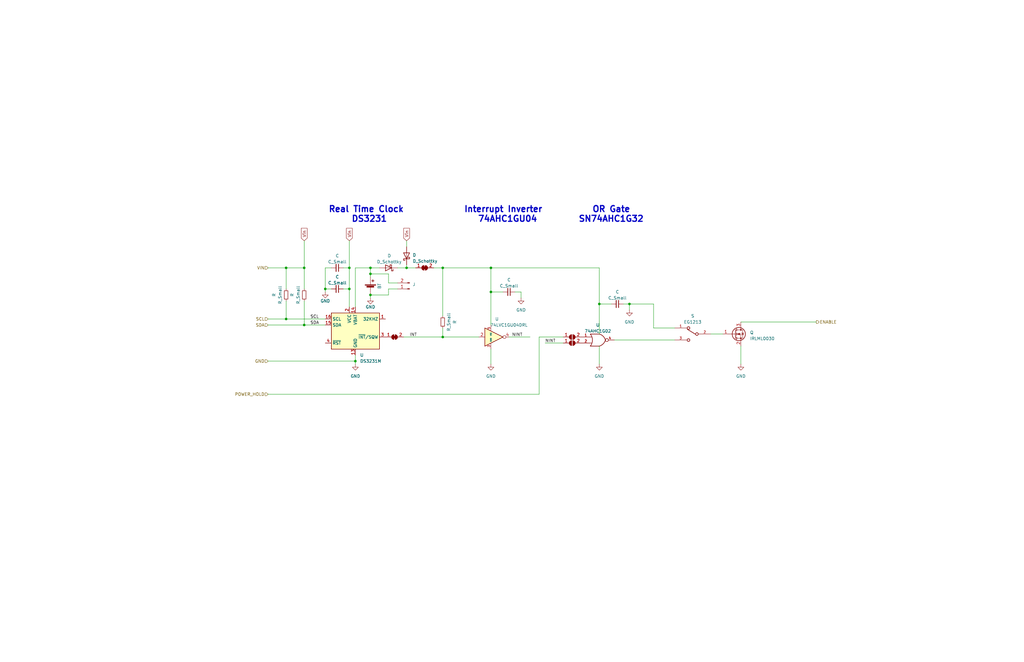
<source format=kicad_sch>
(kicad_sch (version 20220404) (generator eeschema)
  (paper "B")
  (lib_symbols
    (symbol "74xGxx:74AHC1G02" (pin_names (offset 1.016))
      (property "Reference" "U" (at -2.54 3.81 0))
      (property "Value" "74AHC1G02" (at 0 -3.81 0))
      (symbol "74AHC1G02_0_1"
        (arc (start -3.81 -2.54) (mid -2.919 0) (end -3.81 2.54) (stroke (width 0.254)))
        (arc (start 0 -2.54) (mid 1.5993 -1.6027) (end 2.54 0) (stroke (width 0.254)))
        (polyline (pts (xy -3.81 -1.27) (xy -3.175 -1.27)))
        (polyline (pts (xy -3.81 1.27) (xy -3.175 1.27)))
        (polyline (pts (xy 0 -2.54) (xy -3.81 -2.54)) (stroke (width 0.254)) (fill (type background)))
        (polyline (pts (xy 0 2.54) (xy -3.81 2.54)) (stroke (width 0.254)) (fill (type background)))
        (arc (start 2.54 0) (mid 1.6119 1.6152) (end 0 2.54) (stroke (width 0.254)))
      )
      (symbol "74AHC1G02_1_1"
        (pin input line (at -7.62 1.27 0) (length 3.81) (name "~") (number "1"))
        (pin input line (at -7.62 -1.27 0) (length 3.81) (name "~") (number "2"))
        (pin power_in line (at 0 -2.54 270) (length 0) hide (name "GND") (number "3"))
        (pin output inverted (at 6.35 0 180) (length 3.81) (name "~") (number "4"))
        (pin power_in line (at 0 2.54 90) (length 0) hide (name "VCC") (number "5"))
      )
    )
    (symbol "74xGxx:74LVC1GU04DRL"
      (property "Reference" "U" (at -2.54 5.08 0))
      (property "Value" "74LVC1GU04DRL" (at 8.89 5.08 0))
      (symbol "74LVC1GU04DRL_0_1"
        (rectangle (start -2.54 3.81) (end -2.54 -3.81) (stroke (width 0.254)) (fill (type background)))
        (polyline (pts (xy -2.54 -3.81) (xy 5.08 0) (xy -2.54 3.81)) (stroke (width 0.254)) (fill (type background)))
        (circle (center 5.715 0) (radius 0.635))
      )
      (symbol "74LVC1GU04DRL_1_1"
        (pin no_connect line (at 5.08 0 180) (length 2.54) hide (name "NC") (number "1"))
        (pin input line (at -5.08 0 0) (length 2.54) (name "~") (number "2"))
        (pin power_in line (at 0 -5.08 90) (length 2.54) (name "GND") (number "3"))
        (pin output line (at 7.62 0 180) (length 1.27) (name "~") (number "4"))
        (pin power_in line (at 0 5.08 270) (length 2.54) (name "VCC") (number "5"))
      )
    )
    (symbol "Connector:Conn_01x02_Male" (pin_names (offset 1.016) hide)
      (property "Reference" "J" (at 0 2.54 0))
      (property "Value" "Conn_01x02_Male" (at 0 -5.08 0))
      (symbol "Conn_01x02_Male_1_1"
        (polyline (pts (xy 1.27 -2.54) (xy 0.8636 -2.54)) (stroke (width 0.1524)))
        (polyline (pts (xy 1.27 0) (xy 0.8636 0)) (stroke (width 0.1524)))
        (rectangle (start 0.8636 -2.413) (end 0 -2.667) (stroke (width 0.1524)) (fill (type outline)))
        (rectangle (start 0.8636 0.127) (end 0 -0.127) (stroke (width 0.1524)) (fill (type outline)))
        (pin passive line (at 5.08 0 180) (length 3.81) (name "Pin_1") (number "1"))
        (pin passive line (at 5.08 -2.54 180) (length 3.81) (name "Pin_2") (number "2"))
      )
    )
    (symbol "Device:Battery_Cell" (pin_numbers hide) (pin_names (offset 0) hide)
      (property "Reference" "BT" (at 2.54 2.54 0))
      (property "Value" "Battery_Cell" (at 2.54 0 0))
      (symbol "Battery_Cell_0_1"
        (rectangle (start -2.286 1.778) (end 2.286 1.524) (fill (type outline)))
        (rectangle (start -1.5748 1.1938) (end 1.4732 0.6858) (fill (type outline)))
        (polyline (pts (xy 0 0.762) (xy 0 0)))
        (polyline (pts (xy 0 1.778) (xy 0 2.54)))
        (polyline (pts (xy 0.508 3.429) (xy 1.524 3.429)) (stroke (width 0.254)))
        (polyline (pts (xy 1.016 3.937) (xy 1.016 2.921)) (stroke (width 0.254)))
      )
      (symbol "Battery_Cell_1_1"
        (pin passive line (at 0 5.08 270) (length 2.54) (name "+") (number "1"))
        (pin passive line (at 0 -2.54 90) (length 2.54) (name "-") (number "2"))
      )
    )
    (symbol "Device:C_Small" (pin_numbers hide) (pin_names (offset 0.254) hide)
      (property "Reference" "C" (at 0.254 1.778 0))
      (property "Value" "C_Small" (at 0.254 -2.032 0))
      (symbol "C_Small_0_1"
        (polyline (pts (xy -1.524 -0.508) (xy 1.524 -0.508)) (stroke (width 0.3302)))
        (polyline (pts (xy -1.524 0.508) (xy 1.524 0.508)) (stroke (width 0.3048)))
      )
      (symbol "C_Small_1_1"
        (pin passive line (at 0 2.54 270) (length 2.032) (name "~") (number "1"))
        (pin passive line (at 0 -2.54 90) (length 2.032) (name "~") (number "2"))
      )
    )
    (symbol "Device:D_Schottky" (pin_numbers hide) (pin_names (offset 1.016) hide)
      (property "Reference" "D" (at 0 2.54 0))
      (property "Value" "D_Schottky" (at 0 -2.54 0))
      (symbol "D_Schottky_0_1"
        (polyline (pts (xy 1.27 0) (xy -1.27 0)))
        (polyline (pts (xy 1.27 1.27) (xy 1.27 -1.27) (xy -1.27 0) (xy 1.27 1.27)) (stroke (width 0.254)))
        (polyline (pts (xy -1.905 0.635) (xy -1.905 1.27) (xy -1.27 1.27) (xy -1.27 -1.27) (xy -0.635 -1.27) (xy -0.635 -0.635)) (stroke (width 0.254)))
      )
      (symbol "D_Schottky_1_1"
        (pin passive line (at -3.81 0 0) (length 2.54) (name "K") (number "1"))
        (pin passive line (at 3.81 0 180) (length 2.54) (name "A") (number "2"))
      )
    )
    (symbol "Device:R_Small" (pin_numbers hide) (pin_names (offset 0.254) hide)
      (property "Reference" "R" (at 0.762 0.508 0))
      (property "Value" "R_Small" (at 0.762 -1.016 0))
      (symbol "R_Small_0_1"
        (rectangle (start -0.762 1.778) (end 0.762 -1.778) (stroke (width 0.2032)))
      )
      (symbol "R_Small_1_1"
        (pin passive line (at 0 2.54 270) (length 0.762) (name "~") (number "1"))
        (pin passive line (at 0 -2.54 90) (length 0.762) (name "~") (number "2"))
      )
    )
    (symbol "EG1213:EG1213" (pin_names (offset 1.016))
      (property "Reference" "S" (at 0 0 0))
      (property "Value" "EG1213" (at 0 0 0))
      (symbol "EG1213_0_0"
        (circle (center -1.778 -2.54) (radius 0.568) (stroke (width 0.254)))
        (circle (center -1.778 2.54) (radius 0.568) (stroke (width 0.254)))
        (polyline (pts (xy 1.016 0) (xy -2.286 2.032)) (stroke (width 0.254)))
        (circle (center 1.778 0) (radius 0.568) (stroke (width 0.254)))
        (pin passive line (at -7.62 2.54 0) (length 5.08) (name "~") (number "1"))
        (pin passive line (at 7.62 0 180) (length 5.08) (name "~") (number "2"))
        (pin passive line (at -7.62 -2.54 0) (length 5.08) (name "~") (number "3"))
      )
    )
    (symbol "Jumper:SolderJumper_2_Bridged" (pin_names (offset 0) hide)
      (property "Reference" "JP" (at 0 2.032 0))
      (property "Value" "SolderJumper_2_Bridged" (at 0 -2.54 0))
      (symbol "SolderJumper_2_Bridged_0_1"
        (rectangle (start -0.508 0.508) (end 0.508 -0.508) (fill (type outline)))
        (arc (start -0.254 1.016) (mid -1.27 0) (end -0.254 -1.016))
        (arc (start -0.254 1.016) (mid -1.27 0) (end -0.254 -1.016) (fill (type outline)))
        (polyline (pts (xy -0.254 1.016) (xy -0.254 -1.016)))
        (polyline (pts (xy 0.254 1.016) (xy 0.254 -1.016)))
        (arc (start 0.254 -1.016) (mid 1.27 0) (end 0.254 1.016))
        (arc (start 0.254 -1.016) (mid 1.27 0) (end 0.254 1.016) (fill (type outline)))
      )
      (symbol "SolderJumper_2_Bridged_1_1"
        (pin passive line (at -3.81 0 0) (length 2.54) (name "A") (number "1"))
        (pin passive line (at 3.81 0 180) (length 2.54) (name "B") (number "2"))
      )
    )
    (symbol "Jumper:SolderJumper_2_Open" (pin_names (offset 0) hide)
      (property "Reference" "JP" (at 0 2.032 0))
      (property "Value" "SolderJumper_2_Open" (at 0 -2.54 0))
      (symbol "SolderJumper_2_Open_0_1"
        (arc (start -0.254 1.016) (mid -1.27 0) (end -0.254 -1.016))
        (arc (start -0.254 1.016) (mid -1.27 0) (end -0.254 -1.016) (fill (type outline)))
        (polyline (pts (xy -0.254 1.016) (xy -0.254 -1.016)))
        (polyline (pts (xy 0.254 1.016) (xy 0.254 -1.016)))
        (arc (start 0.254 -1.016) (mid 1.27 0) (end 0.254 1.016))
        (arc (start 0.254 -1.016) (mid 1.27 0) (end 0.254 1.016) (fill (type outline)))
      )
      (symbol "SolderJumper_2_Open_1_1"
        (pin passive line (at -3.81 0 0) (length 2.54) (name "A") (number "1"))
        (pin passive line (at 3.81 0 180) (length 2.54) (name "B") (number "2"))
      )
    )
    (symbol "Timer_RTC:DS3231M"
      (property "Reference" "U" (at -7.62 8.89 0))
      (property "Value" "DS3231M" (at 10.16 8.89 0))
      (symbol "DS3231M_0_1"
        (rectangle (start -10.16 7.62) (end 10.16 -7.62) (stroke (width 0.254)) (fill (type background)))
      )
      (symbol "DS3231M_1_1"
        (pin open_collector line (at 12.7 5.08 180) (length 2.54) (name "32KHZ") (number "1"))
        (pin passive line (at 0 -10.16 90) (length 2.54) hide (name "GND") (number "10"))
        (pin passive line (at 0 -10.16 90) (length 2.54) hide (name "GND") (number "11"))
        (pin passive line (at 0 -10.16 90) (length 2.54) hide (name "GND") (number "12"))
        (pin power_in line (at 0 -10.16 90) (length 2.54) (name "GND") (number "13"))
        (pin power_in line (at 0 10.16 270) (length 2.54) (name "VBAT") (number "14"))
        (pin bidirectional line (at -12.7 2.54 0) (length 2.54) (name "SDA") (number "15"))
        (pin input line (at -12.7 5.08 0) (length 2.54) (name "SCL") (number "16"))
        (pin power_in line (at -2.54 10.16 270) (length 2.54) (name "VCC") (number "2"))
        (pin open_collector line (at 12.7 -2.54 180) (length 2.54) (name "~{INT}/SQW") (number "3"))
        (pin bidirectional line (at -12.7 -5.08 0) (length 2.54) (name "~{RST}") (number "4"))
        (pin passive line (at 0 -10.16 90) (length 2.54) hide (name "GND") (number "5"))
        (pin passive line (at 0 -10.16 90) (length 2.54) hide (name "GND") (number "6"))
        (pin passive line (at 0 -10.16 90) (length 2.54) hide (name "GND") (number "7"))
        (pin passive line (at 0 -10.16 90) (length 2.54) hide (name "GND") (number "8"))
        (pin passive line (at 0 -10.16 90) (length 2.54) hide (name "GND") (number "9"))
      )
    )
    (symbol "Transistor_FET:IRLML0030" (pin_names hide)
      (property "Reference" "Q" (at 5.08 1.905 0))
      (property "Value" "IRLML0030" (at 5.08 0 0))
      (symbol "IRLML0030_0_1"
        (polyline (pts (xy 0.254 0) (xy -2.54 0)))
        (polyline (pts (xy 0.254 1.905) (xy 0.254 -1.905)) (stroke (width 0.254)))
        (polyline (pts (xy 0.762 -1.27) (xy 0.762 -2.286)) (stroke (width 0.254)))
        (polyline (pts (xy 0.762 0.508) (xy 0.762 -0.508)) (stroke (width 0.254)))
        (polyline (pts (xy 0.762 2.286) (xy 0.762 1.27)) (stroke (width 0.254)))
        (polyline (pts (xy 2.54 2.54) (xy 2.54 1.778)))
        (polyline (pts (xy 2.54 -2.54) (xy 2.54 0) (xy 0.762 0)))
        (polyline (pts (xy 0.762 -1.778) (xy 3.302 -1.778) (xy 3.302 1.778) (xy 0.762 1.778)))
        (polyline (pts (xy 1.016 0) (xy 2.032 0.381) (xy 2.032 -0.381) (xy 1.016 0)) (fill (type outline)))
        (polyline (pts (xy 2.794 0.508) (xy 2.921 0.381) (xy 3.683 0.381) (xy 3.81 0.254)))
        (polyline (pts (xy 3.302 0.381) (xy 2.921 -0.254) (xy 3.683 -0.254) (xy 3.302 0.381)))
        (circle (center 1.651 0) (radius 2.794) (stroke (width 0.254)))
        (circle (center 2.54 -1.778) (radius 0.254) (fill (type outline)))
        (circle (center 2.54 1.778) (radius 0.254) (fill (type outline)))
      )
      (symbol "IRLML0030_1_1"
        (pin input line (at -5.08 0 0) (length 2.54) (name "G") (number "1"))
        (pin passive line (at 2.54 -5.08 90) (length 2.54) (name "S") (number "2"))
        (pin passive line (at 2.54 5.08 270) (length 2.54) (name "D") (number "3"))
      )
    )
    (symbol "power:GND" (power) (pin_names (offset 0))
      (property "Value" "GND" (at 0 -3.81 0))
      (symbol "GND_0_1"
        (polyline (pts (xy 0 0) (xy 0 -1.27) (xy 1.27 -1.27) (xy 0 -2.54) (xy -1.27 -1.27) (xy 0 -1.27)))
      )
      (symbol "GND_1_1"
        (pin power_in line (at 0 0 270) (length 0) hide (name "GND") (number "1"))
      )
    )
  )
  (junction (at 171.45 113.03))
  (junction (at 137.16 121.92))
  (junction (at 207.01 113.03))
  (junction (at 186.69 113.03))
  (junction (at 186.69 142.24))
  (junction (at 120.65 134.62))
  (junction (at 156.21 124.46))
  (junction (at 120.65 113.03))
  (junction (at 252.73 128.27))
  (junction (at 156.21 115.57))
  (junction (at 207.01 123.19))
  (junction (at 265.43 128.27))
  (junction (at 128.27 137.16))
  (junction (at 147.32 113.03))
  (junction (at 128.27 113.03))
  (junction (at 149.86 152.4))
  (junction (at 156.21 113.03))
  (junction (at 147.32 121.92))
  (wire (pts (xy 186.69 113.03) (xy 207.01 113.03)))
  (wire (pts (xy 147.32 101.6) (xy 147.32 113.03)))
  (wire (pts (xy 252.73 128.27) (xy 257.81 128.27)))
  (wire (pts (xy 149.86 113.03) (xy 156.21 113.03)))
  (wire (pts (xy 182.88 113.03) (xy 186.69 113.03)))
  (wire (pts (xy 149.86 149.86) (xy 149.86 152.4)))
  (wire (pts (xy 312.42 135.89) (xy 344.17 135.89)))
  (wire (pts (xy 186.69 138.43) (xy 186.69 142.24)))
  (wire (pts (xy 113.03 152.4) (xy 149.86 152.4)))
  (wire (pts (xy 144.78 121.92) (xy 147.32 121.92)))
  (wire (pts (xy 171.45 111.76) (xy 171.45 113.03)))
  (wire (pts (xy 186.69 113.03) (xy 186.69 133.35)))
  (wire (pts (xy 262.89 128.27) (xy 265.43 128.27)))
  (wire (pts (xy 227.33 142.24) (xy 237.49 142.24)))
  (wire (pts (xy 171.45 113.03) (xy 175.26 113.03)))
  (wire (pts (xy 147.32 113.03) (xy 147.32 121.92)))
  (wire (pts (xy 113.03 166.37) (xy 227.33 166.37)))
  (wire (pts (xy 120.65 113.03) (xy 128.27 113.03)))
  (wire (pts (xy 186.69 142.24) (xy 201.93 142.24)))
  (wire (pts (xy 163.83 119.38) (xy 163.83 115.57)))
  (wire (pts (xy 265.43 128.27) (xy 265.43 130.81)))
  (wire (pts (xy 113.03 137.16) (xy 128.27 137.16)))
  (wire (pts (xy 252.73 146.05) (xy 252.73 153.67)))
  (wire (pts (xy 171.45 101.6) (xy 171.45 104.14)))
  (wire (pts (xy 120.65 113.03) (xy 120.65 121.92)))
  (wire (pts (xy 149.86 152.4) (xy 149.86 153.67)))
  (wire (pts (xy 137.16 113.03) (xy 137.16 121.92)))
  (wire (pts (xy 259.08 143.51) (xy 284.48 143.51)))
  (wire (pts (xy 144.78 113.03) (xy 147.32 113.03)))
  (wire (pts (xy 128.27 137.16) (xy 137.16 137.16)))
  (wire (pts (xy 214.63 142.24) (xy 223.52 142.24)))
  (wire (pts (xy 156.21 115.57) (xy 156.21 116.84)))
  (wire (pts (xy 252.73 113.03) (xy 252.73 128.27)))
  (wire (pts (xy 207.01 153.67) (xy 207.01 147.32)))
  (wire (pts (xy 207.01 113.03) (xy 252.73 113.03)))
  (wire (pts (xy 167.64 121.92) (xy 163.83 121.92)))
  (wire (pts (xy 156.21 113.03) (xy 156.21 115.57)))
  (wire (pts (xy 113.03 113.03) (xy 120.65 113.03)))
  (wire (pts (xy 156.21 124.46) (xy 163.83 124.46)))
  (wire (pts (xy 275.59 138.43) (xy 275.59 128.27)))
  (wire (pts (xy 163.83 121.92) (xy 163.83 124.46)))
  (wire (pts (xy 128.27 113.03) (xy 128.27 121.92)))
  (wire (pts (xy 147.32 121.92) (xy 147.32 129.54)))
  (wire (pts (xy 252.73 128.27) (xy 252.73 140.97)))
  (wire (pts (xy 299.72 140.97) (xy 304.8 140.97)))
  (wire (pts (xy 217.17 123.19) (xy 219.71 123.19)))
  (wire (pts (xy 128.27 101.6) (xy 128.27 113.03)))
  (wire (pts (xy 156.21 113.03) (xy 160.02 113.03)))
  (wire (pts (xy 170.18 142.24) (xy 186.69 142.24)))
  (wire (pts (xy 229.87 144.78) (xy 237.49 144.78)))
  (wire (pts (xy 156.21 115.57) (xy 163.83 115.57)))
  (wire (pts (xy 128.27 127) (xy 128.27 137.16)))
  (wire (pts (xy 137.16 113.03) (xy 139.7 113.03)))
  (wire (pts (xy 227.33 166.37) (xy 227.33 142.24)))
  (wire (pts (xy 207.01 123.19) (xy 207.01 137.16)))
  (wire (pts (xy 275.59 128.27) (xy 265.43 128.27)))
  (wire (pts (xy 207.01 123.19) (xy 212.09 123.19)))
  (wire (pts (xy 137.16 121.92) (xy 139.7 121.92)))
  (wire (pts (xy 219.71 123.19) (xy 219.71 125.73)))
  (wire (pts (xy 167.64 119.38) (xy 163.83 119.38)))
  (wire (pts (xy 113.03 134.62) (xy 120.65 134.62)))
  (wire (pts (xy 312.42 146.05) (xy 312.42 153.67)))
  (wire (pts (xy 207.01 113.03) (xy 207.01 123.19)))
  (wire (pts (xy 156.21 124.46) (xy 156.21 125.73)))
  (wire (pts (xy 149.86 113.03) (xy 149.86 129.54)))
  (wire (pts (xy 137.16 121.92) (xy 137.16 123.19)))
  (wire (pts (xy 120.65 134.62) (xy 137.16 134.62)))
  (wire (pts (xy 275.59 138.43) (xy 284.48 138.43)))
  (wire (pts (xy 120.65 127) (xy 120.65 134.62)))
  (wire (pts (xy 167.64 113.03) (xy 171.45 113.03)))
  (text "Real Time Clock\n     DS3231" (at 138.43 93.98 0) (effects (font (size 2.54 2.54) (thickness 0.508) bold) (justify left bottom)))
  (text "Interrupt Inverter\n   74AHC1GU04" (at 195.58 93.98 0) (effects (font (size 2.54 2.54) (thickness 0.508) bold) (justify left bottom)))
  (text "   OR Gate\nSN74AHC1G32" (at 243.84 93.98 0) (effects (font (size 2.54 2.54) (thickness 0.508) bold) (justify left bottom)))
  (label "INT" (at 172.72 142.24 0))
  (label "NINT" (at 229.87 144.78 0))
  (label "SDA" (at 130.81 137.16 0))
  (label "NINT" (at 215.9 142.24 0))
  (label "SCL" (at 130.81 134.62 0))
  (global_label "Vin" (shape input) (at 171.45 101.6 90) (property "Intersheetrefs" "${INTERSHEET_REFS}" (effects hide)))
  (global_label "Vin" (shape input) (at 147.32 101.6 90) (property "Intersheetrefs" "${INTERSHEET_REFS}" (effects hide)))
  (global_label "Vin" (shape input) (at 128.27 101.6 90) (property "Intersheetrefs" "${INTERSHEET_REFS}" (effects hide)))
  (hierarchical_label "GND" (shape input) (at 113.03 152.4 180))
  (hierarchical_label "POWER_HOLD" (shape input) (at 113.03 166.37 180))
  (hierarchical_label "SCL" (shape input) (at 113.03 134.62 180))
  (hierarchical_label "ENABLE" (shape output) (at 344.17 135.89 0))
  (hierarchical_label "VIN" (shape input) (at 113.03 113.03 180))
  (hierarchical_label "SDA" (shape input) (at 113.03 137.16 180))
  (symbol (lib_id "Device:C_Small") (at 142.24 121.92 270) (unit 1)
    (default_instance (reference "C") (unit 1) (value "C_Small") (footprint ""))
    (property "Reference" "C" (at 142.2336 116.84 90))
    (property "Value" "C_Small" (at 142.2336 119.38 90))
    (property "Mfr 1" "YAGEO" (effects hide))
    (property "Mfr 1 PN" "CC0805KRX7R9BB104" (effects hide))
    (property "Supplier 1 Link" "https://www.digikey.com/en/products/detail/yageo/CC0805KRX7R9BB104/302874" (effects hide))
  )
  (symbol (lib_id "Device:D_Schottky") (at 171.45 107.95 90) (unit 1)
    (default_instance (reference "D") (unit 1) (value "D_Schottky") (footprint ""))
    (property "Reference" "D" (at 173.99 107.6325 90) (effects (justify right)))
    (property "Value" "D_Schottky" (at 173.99 110.1725 90) (effects (justify right)))
    (property "Mfr 1" "STMicroelectronics" (effects hide))
    (property "Mfr 1 PN" "BAT20JFILM" (effects hide))
    (property "Supplier 1 Link" "https://www.digikey.com/en/products/detail/stmicroelectronics/BAT20JFILM/669137?s=N4IgTCBcDaIEIEEAqYAMApEBdAvkA" (effects hide))
  )
  (symbol (lib_id "Device:C_Small") (at 142.24 113.03 270) (unit 1)
    (default_instance (reference "C") (unit 1) (value "C_Small") (footprint ""))
    (property "Reference" "C" (at 142.2336 107.95 90))
    (property "Value" "C_Small" (at 142.2336 110.49 90))
    (property "Mfr 1" "Samsung Electro-Mechanics" (effects hide))
    (property "Mfr 1 PN" "CL21A106KOCLRNC" (effects hide))
    (property "Supplier 1 Link" "https://www.digikey.com/en/products/detail/samsung-electro-mechanics/CL21A106KOCLRNC/3888057" (effects hide))
  )
  (symbol (lib_id "Device:R_Small") (at 128.27 124.46 180) (unit 1)
    (default_instance (reference "R") (unit 1) (value "R_Small") (footprint ""))
    (property "Reference" "R" (at 123.19 124.46 90))
    (property "Value" "R_Small" (at 125.73 124.46 90))
    (property "Mfr 1" "Stackpole Electronics Inc" (effects hide))
    (property "Mfr 1 PN" "RNCP0805FTD10K0" (effects hide))
    (property "Supplier 1 Link" "https://www.digikey.com/en/products/detail/stackpole-electronics-inc/RNCP0805FTD10K0/2240262" (effects hide))
  )
  (symbol (lib_id "Device:C_Small") (at 260.35 128.27 270) (unit 1)
    (default_instance (reference "C") (unit 1) (value "C_Small") (footprint ""))
    (property "Reference" "C" (at 260.3436 123.19 90))
    (property "Value" "C_Small" (at 260.3436 125.73 90))
    (property "Mfr 1" "YAGEO" (effects hide))
    (property "Mfr 1 PN" "CC0805KRX7R9BB104" (effects hide))
    (property "Supplier 1 Link" "https://www.digikey.com/en/products/detail/yageo/CC0805KRX7R9BB104/302874" (effects hide))
  )
  (symbol (lib_id "Connector:Conn_01x02_Male") (at 172.72 121.92 180) (unit 1)
    (default_instance (reference "J") (unit 1) (value "Conn_01x02_Male") (footprint ""))
    (property "Reference" "J" (at 173.99 120.015 0) (effects (justify right)))
    (property "Value" "Conn_01x02_Male" (effects hide))
  )
  (symbol (lib_id "power:GND") (at 149.86 153.67 0) (unit 1)
    (default_instance (reference "#PWR") (unit 1) (value "GND") (footprint ""))
    (property "Reference" "#PWR" (effects hide))
    (property "Value" "GND" (at 149.86 158.75 0))
  )
  (symbol (lib_id "power:GND") (at 156.21 125.73 0) (unit 1)
    (default_instance (reference "#PWR") (unit 1) (value "GND") (footprint ""))
    (property "Reference" "#PWR" (effects hide))
    (property "Value" "GND" (at 156.21 129.54 0))
  )
  (symbol (lib_id "Device:R_Small") (at 120.65 124.46 180) (unit 1)
    (default_instance (reference "R") (unit 1) (value "R_Small") (footprint ""))
    (property "Reference" "R" (at 115.57 124.46 90))
    (property "Value" "R_Small" (at 118.11 124.46 90))
    (property "Mfr 1" "Stackpole Electronics Inc" (effects hide))
    (property "Mfr 1 PN" "RNCP0805FTD10K0" (effects hide))
    (property "Supplier 1 Link" "https://www.digikey.com/en/products/detail/stackpole-electronics-inc/RNCP0805FTD10K0/2240262" (effects hide))
  )
  (symbol (lib_id "Timer_RTC:DS3231M") (at 149.86 139.7 0) (unit 1)
    (default_instance (reference "U") (unit 1) (value "DS3231M") (footprint "Package_SO:SOIC-16W_7.5x10.3mm_P1.27mm"))
    (property "Reference" "U" (at 151.8159 149.86 0) (effects (justify left)))
    (property "Value" "DS3231M" (at 151.8159 152.4 0) (effects (justify left)))
    (property "Footprint" "Package_SO:SOIC-16W_7.5x10.3mm_P1.27mm" (effects hide))
    (property "Datasheet" "http://datasheets.maximintegrated.com/en/ds/DS3231.pdf" (effects hide))
    (property "Mfr 1" "Analog Devices Inc./Maxim Integrated" (effects hide))
    (property "Mfr 1 PN" "DS3231M+" (effects hide))
    (property "Supplier 1 Link" "https://www.digikey.com/en/products/detail/analog-devices-inc-maxim-integrated/DS3231M/2402420" (effects hide))
  )
  (symbol (lib_id "74xGxx:74AHC1G02") (at 252.73 143.51 0) (unit 1)
    (default_instance (reference "U") (unit 1) (value "74AHC1G02") (footprint ""))
    (property "Reference" "U" (at 252.095 137.16 0))
    (property "Value" "74AHC1G02" (at 252.095 139.7 0))
    (property "Datasheet" "http://www.ti.com/lit/sg/scyt129e/scyt129e.pdf" (effects hide))
  )
  (symbol (lib_id "EG1213:EG1213") (at 292.1 140.97 0) (unit 1)
    (default_instance (reference "S") (unit 1) (value "EG1213") (footprint "EG1213:SW_EG1213"))
    (property "Reference" "S" (at 292.1 133.35 0))
    (property "Value" "EG1213" (at 292.1 135.89 0))
    (property "Footprint" "EG1213:SW_EG1213" (effects hide))
    (property "MF" "E-Switch" (effects hide))
    (property "Description" "\nSlide Switch, EG Series, SPDT, Non-Shorting, ON-ON, 200mA DC, 30VDC, R/A, PC | E-Switch EG1213\n" (effects hide))
    (property "Package" "None" (effects hide))
    (property "Price" "None" (effects hide))
    (property "Check_prices" "https://www.snapeda.com/parts/EG1213/E-Switch/view-part/?ref=eda" (effects hide))
    (property "SnapEDA_Link" "https://www.snapeda.com/parts/EG1213/E-Switch/view-part/?ref=snap" (effects hide))
    (property "MP" "EG1213" (effects hide))
    (property "Purchase-URL" "https://www.snapeda.com/api/url_track_click_mouser/?unipart_id=13820&manufacturer=E-Switch&part_name=EG1213&search_term=eg1213" (effects hide))
    (property "Availability" "In Stock" (effects hide))
    (property "MANUFACTURER" "E-Switch" (effects hide))
    (property "Mfr 1" "E-Switch" (effects hide))
    (property "Mfr 1 PN" "EG1213" (effects hide))
    (property "Supplier 1 Link" "https://www.digikey.com/en/products/detail/e-switch/EG1213/101735?s=N4IgTCBcDaIKIHECMYkGYQF0C%2BQ" (effects hide))
  )
  (symbol (lib_id "Jumper:SolderJumper_2_Open") (at 241.3 142.24 0) (unit 1)
    (default_instance (reference "JP") (unit 1) (value "SolderJumper_2_Open") (footprint ""))
    (property "Reference" "JP" (effects hide))
    (property "Value" "SolderJumper_2_Open" (effects hide))
    (property "Mfr 1" "NA" (effects hide))
    (property "Mfr 1 PN" "NA" (effects hide))
    (property "Supplier 1 Link" "NA" (effects hide))
  )
  (symbol (lib_id "power:GND") (at 265.43 130.81 0) (unit 1)
    (default_instance (reference "#PWR") (unit 1) (value "GND") (footprint ""))
    (property "Reference" "#PWR" (effects hide))
    (property "Value" "GND" (at 265.43 135.89 0))
  )
  (symbol (lib_id "power:GND") (at 219.71 125.73 0) (unit 1)
    (default_instance (reference "#PWR") (unit 1) (value "GND") (footprint ""))
    (property "Reference" "#PWR" (effects hide))
    (property "Value" "GND" (at 219.71 130.81 0))
  )
  (symbol (lib_id "74xGxx:74LVC1GU04DRL") (at 207.01 142.24 0) (unit 1)
    (default_instance (reference "U") (unit 1) (value "74LVC1GU04DRL") (footprint "Package_TO_SOT_SMD:SOT-553"))
    (property "Reference" "U" (at 209.55 134.62 0))
    (property "Value" "74LVC1GU04DRL" (at 214.63 137.16 0))
    (property "Footprint" "Package_TO_SOT_SMD:SOT-553" (effects hide))
    (property "Datasheet" "http://www.ti.com/lit/ds/symlink/sn74lvc1gu04.pdf" (effects hide))
    (property "Mfr 1" "Texas Instruments" (effects hide))
    (property "Mfr 1 PN" "SN74AHC1GU04DBVR" (effects hide))
    (property "Supplier 1 Link" "https://www.digikey.com/en/products/detail/texas-instruments/SN74AHC1GU04DBVR/276739" (effects hide))
  )
  (symbol (lib_id "power:GND") (at 312.42 153.67 0) (unit 1)
    (default_instance (reference "#PWR") (unit 1) (value "GND") (footprint ""))
    (property "Reference" "#PWR" (effects hide))
    (property "Value" "GND" (at 312.42 158.75 0))
  )
  (symbol (lib_id "Device:Battery_Cell") (at 156.21 121.92 0) (unit 1)
    (default_instance (reference "BT") (unit 1) (value "Battery_Cell") (footprint ""))
    (property "Reference" "BT" (at 160.02 121.92 90) (effects (justify left)))
    (property "Value" "Battery_Cell" (effects hide))
    (property "Mfr 1" "Keystone Electronics" (effects hide))
    (property "Mfr 1 PN" "3002TR" (effects hide))
    (property "Supplier 1 Link" "https://www.digikey.com/en/products/detail/keystone-electronics/3002TR/306867" (effects hide))
  )
  (symbol (lib_id "Device:D_Schottky") (at 163.83 113.03 180) (unit 1)
    (default_instance (reference "D") (unit 1) (value "D_Schottky") (footprint ""))
    (property "Reference" "D" (at 164.1475 107.95 0))
    (property "Value" "D_Schottky" (at 164.1475 110.49 0))
    (property "Mfr 1" "STMicroelectronics" (effects hide))
    (property "Mfr 1 PN" "BAT20JFILM" (effects hide))
    (property "Supplier 1 Link" "https://www.digikey.com/en/products/detail/stmicroelectronics/BAT20JFILM/669137?s=N4IgTCBcDaIEIEEAqYAMApEBdAvkA" (effects hide))
  )
  (symbol (lib_id "power:GND") (at 137.16 123.19 0) (unit 1)
    (default_instance (reference "#PWR") (unit 1) (value "GND") (footprint ""))
    (property "Reference" "#PWR" (effects hide))
    (property "Value" "GND" (at 137.16 127 0))
  )
  (symbol (lib_id "Jumper:SolderJumper_2_Bridged") (at 179.07 113.03 0) (unit 1)
    (default_instance (reference "JP") (unit 1) (value "SolderJumper_2_Bridged") (footprint ""))
    (property "Reference" "JP" (effects hide))
    (property "Value" "SolderJumper_2_Bridged" (effects hide))
    (property "Mfr 1" "NA" (effects hide))
    (property "Mfr 1 PN" "NA" (effects hide))
    (property "Supplier 1 Link" "NA" (effects hide))
  )
  (symbol (lib_id "Jumper:SolderJumper_2_Open") (at 241.3 144.78 0) (unit 1)
    (default_instance (reference "JP") (unit 1) (value "SolderJumper_2_Open") (footprint ""))
    (property "Reference" "JP" (effects hide))
    (property "Value" "SolderJumper_2_Open" (effects hide))
    (property "Mfr 1" "NA" (effects hide))
    (property "Mfr 1 PN" "NA" (effects hide))
    (property "Supplier 1 Link" "NA" (effects hide))
  )
  (symbol (lib_id "Jumper:SolderJumper_2_Bridged") (at 166.37 142.24 0) (unit 1)
    (default_instance (reference "JP") (unit 1) (value "SolderJumper_2_Bridged") (footprint ""))
    (property "Reference" "JP" (effects hide))
    (property "Value" "SolderJumper_2_Bridged" (effects hide))
    (property "Mfr 1" "NA" (effects hide))
    (property "Mfr 1 PN" "NA" (effects hide))
    (property "Supplier 1 Link" "NA" (effects hide))
  )
  (symbol (lib_id "power:GND") (at 252.73 153.67 0) (unit 1)
    (default_instance (reference "#PWR") (unit 1) (value "GND") (footprint ""))
    (property "Reference" "#PWR" (effects hide))
    (property "Value" "GND" (at 252.73 158.75 0))
  )
  (symbol (lib_id "power:GND") (at 207.01 153.67 0) (unit 1)
    (default_instance (reference "#PWR") (unit 1) (value "GND") (footprint ""))
    (property "Reference" "#PWR" (effects hide))
    (property "Value" "GND" (at 207.01 158.75 0))
  )
  (symbol (lib_id "Transistor_FET:IRLML0030") (at 309.88 140.97 0) (unit 1)
    (default_instance (reference "Q") (unit 1) (value "IRLML0030") (footprint "Package_TO_SOT_SMD:SOT-23"))
    (property "Reference" "Q" (at 316.23 140.335 0) (effects (justify left)))
    (property "Value" "IRLML0030" (at 316.23 142.875 0) (effects (justify left)))
    (property "Footprint" "Package_TO_SOT_SMD:SOT-23" (effects hide))
    (property "Datasheet" "https://www.infineon.com/dgdl/irlml0030pbf.pdf?fileId=5546d462533600a401535664773825df" (effects hide))
  )
  (symbol (lib_id "Device:C_Small") (at 214.63 123.19 270) (unit 1)
    (default_instance (reference "C") (unit 1) (value "C_Small") (footprint ""))
    (property "Reference" "C" (at 214.6236 118.11 90))
    (property "Value" "C_Small" (at 214.6236 120.65 90))
    (property "Mfr 1" "YAGEO" (effects hide))
    (property "Mfr 1 PN" "CC0805KRX7R9BB104" (effects hide))
    (property "Supplier 1 Link" "https://www.digikey.com/en/products/detail/yageo/CC0805KRX7R9BB104/302874" (effects hide))
  )
  (symbol (lib_id "Device:R_Small") (at 186.69 135.89 0) (unit 1)
    (default_instance (reference "R") (unit 1) (value "R_Small") (footprint ""))
    (property "Reference" "R" (at 191.77 135.89 90))
    (property "Value" "R_Small" (at 189.23 135.89 90))
    (property "Mfr 1" "Stackpole Electronics Inc" (effects hide))
    (property "Mfr 1 PN" "RMCF0805JT470Kf" (effects hide))
    (property "Supplier 1 Link" "https://www.digikey.com/en/products/detail/stackpole-electronics-inc/RMCF0805JT470K/1757857" (effects hide))
  )
)
</source>
